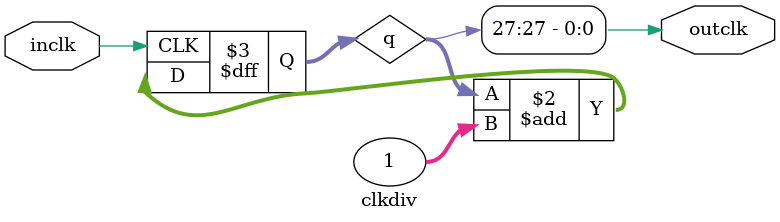
<source format=v>
`timescale 1ns / 1ps


module traffic_lights_2(
    input C,
    input clk,
    input reset,
    output reg [2:0] H,
    output reg [2:0] F
    );
    
    wire TS,TL;
    wire myclk;
    reg ST;
    wire ST1;
    wire [2:0] H1;
    wire [2:0] F1;
    clkdiv c1(clk,myclk);
    counter cnt1(myclk,ST1,TS,TL);
    always@(ST1)
        ST<=ST1;
    FSM f1(TS,TL,C,ST1,H1[2:0],F1[2:0]);
    always@(TS,TL,reset,C)
    begin
        if(reset)
        begin
        H<=3'b001;
        F<=3'b100;
        ST<=1;
        end
        else
        begin
        H<=H1;
        F<=F1;
        end
        
    end
    
endmodule

module counter(
    input myclk,
    input ST,
    output reg TS,
    output reg TL
    );
    
    reg [3:0] counter;
    always@(posedge myclk, posedge ST)
    begin
    if(ST)
    begin
        TS<=0;
        TL<=0;
        counter<=4'b0000;
    end
    else
        case(counter)
        4'b0000:
            begin
            TS<=1;
            TL<=0;
            end
        4'b0101:
            begin
            TS<=0;
            TL<=1;
            end
        default: 
            begin
            TS<=0;
            TL<=0;
            end
        endcase
    end
    
endmodule

module FSM(
    input TS,
    input TL,
    input C,
    output reg ST,
    output reg [2:0] H,
    output reg [2:0] F
    );
    
    always@(posedge TS,posedge TL,posedge C)
    begin
        if(~(TL&C))
        begin
        H<=3'b001;
        F<=3'b100;
        ST<=ST;
        end
        else
            if(TL&C)
            begin
            ST<=0;
            H<=3'b010;
            F<=3'b100;
            end
            else
            if(~TS)
            begin
            H<=H;
            F<=F;
            end
            else
        if(~(TL|~C))
        begin
        H<=3'b100;
        F<=3'b001;
        end
        else
        if(TS)
        begin
            if(H==3'b010)
            begin
            H<=3'b100;
            F<=3'b001;
            ST<=ST;
            end
            else
            if(F==3'b010)
            begin
            H<=3'b001;
            F<=3'b100;
            ST<=ST;
            end
        end
        else
            if(~(TL|(~C)))
            begin
            F<=F;
            H<=H;
            end
    end
    
endmodule

module clkdiv(
    input inclk,
    output outclk
    );
    reg [35:0]q;
    always@(posedge inclk)
         q<=q+1;
    assign outclk=q[27];//around 0.37Hz
endmodule
</source>
